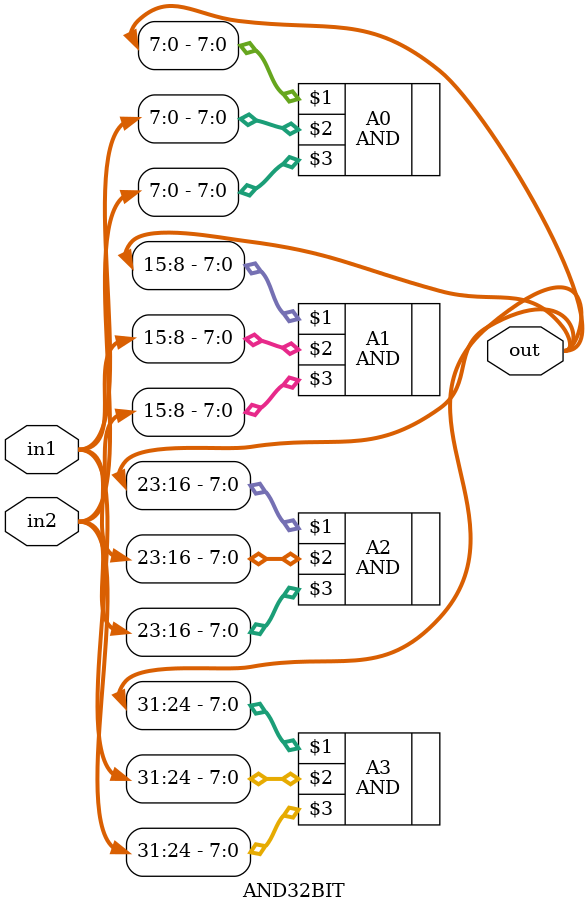
<source format=v>
`timescale 1ns / 1ps


module AND32BIT(out,in1,in2);
    input [31:0] in1,in2;
    output [31:0] out;
    
    AND A0(out[7:0],in1[7:0],in2[7:0]);
    AND A1(out[15:8],in1[15:8],in2[15:8]);
    AND A2(out[23:16],in1[23:16],in2[23:16]);
    AND A3(out[31:24],in1[31:24],in2[31:24]);
endmodule

</source>
